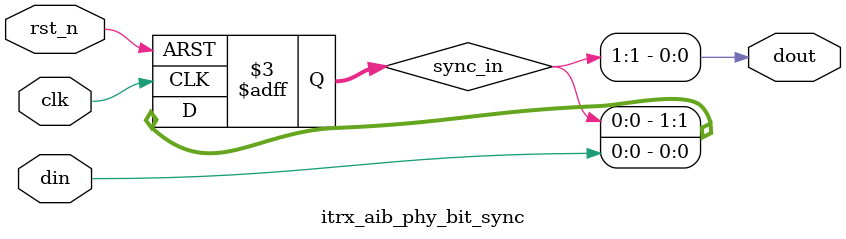
<source format=v>

module itrx_aib_phy_bit_sync #( parameter NUM_FLOPS = 32'd2) (      // default to 2-flop synchronizer

    input                   rst_n,  // (I) reset, active LO
    input                   clk,    // (I) clock
    input                   din,    // (I) data signal in

    output wire             dout    // (O) sync'd data signal out
    );

    reg  [NUM_FLOPS-1:0] sync_in;

    always @(posedge clk or negedge rst_n)
      begin
        if (!rst_n)
          begin
            sync_in <= {NUM_FLOPS{1'b0}};
          end
        else
          begin
            sync_in <= {sync_in[NUM_FLOPS-2:0], din};
          end
      end

    assign dout = sync_in[NUM_FLOPS-1];

endmodule

</source>
